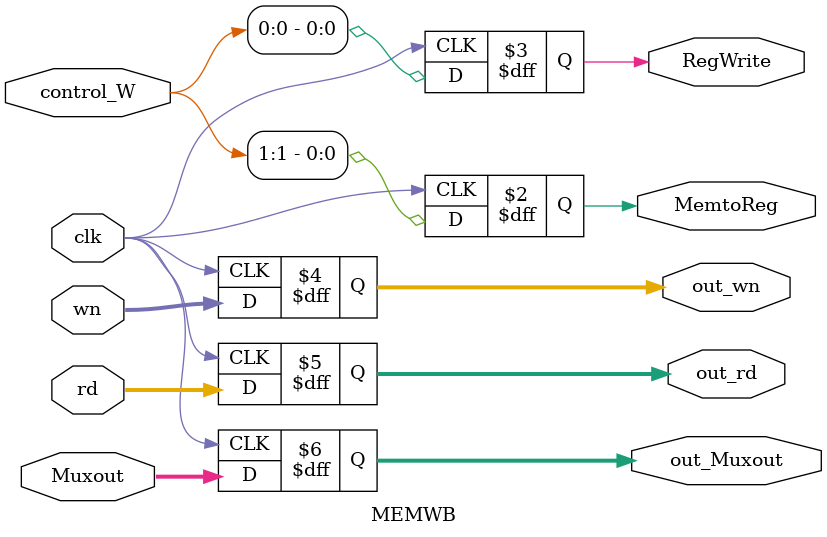
<source format=v>
module MEMWB( clk, control_W, wn, Muxout, rd, 
               out_rd, out_Muxout, out_wn, MemtoReg, RegWrite );

  input clk;
  input [1:0] control_W;
  input [4:0] wn;
  input [31:0] Muxout, rd ;

  output MemtoReg, RegWrite;
  output [4:0] out_wn;
  output [31:0] out_rd, out_Muxout;

  reg MemtoReg, RegWrite;
  reg [4:0] out_wn;
  reg [31:0] out_rd, out_Muxout;
  
  always @ ( posedge clk ) begin
    out_rd <= rd;
    out_Muxout <= Muxout;
    out_wn <= wn;
    MemtoReg <= control_W[1];
    RegWrite <= control_W[0];
  end

endmodule
</source>
